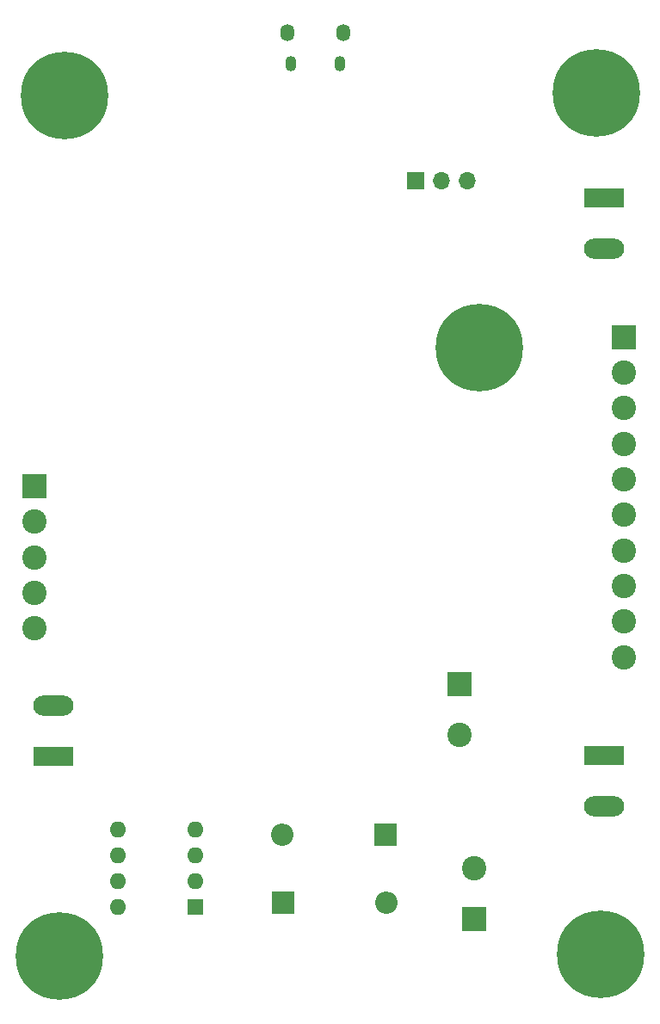
<source format=gbr>
%TF.GenerationSoftware,KiCad,Pcbnew,(6.0.11)*%
%TF.CreationDate,2023-03-28T17:23:35-03:00*%
%TF.ProjectId,singledaq,73696e67-6c65-4646-9171-2e6b69636164,rev?*%
%TF.SameCoordinates,Original*%
%TF.FileFunction,Soldermask,Bot*%
%TF.FilePolarity,Negative*%
%FSLAX46Y46*%
G04 Gerber Fmt 4.6, Leading zero omitted, Abs format (unit mm)*
G04 Created by KiCad (PCBNEW (6.0.11)) date 2023-03-28 17:23:35*
%MOMM*%
%LPD*%
G01*
G04 APERTURE LIST*
%ADD10R,3.960000X1.980000*%
%ADD11O,3.960000X1.980000*%
%ADD12R,2.400000X2.400000*%
%ADD13C,2.400000*%
%ADD14O,1.100000X1.500000*%
%ADD15O,1.350000X1.700000*%
%ADD16R,2.200000X2.200000*%
%ADD17O,2.200000X2.200000*%
%ADD18C,0.900000*%
%ADD19C,8.600000*%
%ADD20R,1.700000X1.700000*%
%ADD21O,1.700000X1.700000*%
%ADD22R,1.600000X1.600000*%
%ADD23O,1.600000X1.600000*%
G04 APERTURE END LIST*
D10*
%TO.C,J2*%
X164700000Y-111575000D03*
D11*
X164700000Y-116575000D03*
%TD*%
D12*
%TO.C,C502*%
X150470000Y-104544785D03*
D13*
X150470000Y-109544785D03*
%TD*%
D14*
%TO.C,JUSB1*%
X133867000Y-43497000D03*
D15*
X133557000Y-40497000D03*
D14*
X138707000Y-43497000D03*
D15*
X139017000Y-40497000D03*
%TD*%
D16*
%TO.C,D1*%
X133160000Y-126030000D03*
D17*
X143320000Y-126030000D03*
%TD*%
D18*
%TO.C,H1*%
X113930419Y-48910419D03*
X109369581Y-48910419D03*
X111650000Y-49855000D03*
D19*
X111650000Y-46630000D03*
D18*
X109369581Y-44349581D03*
X111650000Y-43405000D03*
X114875000Y-46630000D03*
X108425000Y-46630000D03*
X113930419Y-44349581D03*
%TD*%
D16*
%TO.C,D2*%
X143180000Y-119380000D03*
D17*
X133020000Y-119380000D03*
%TD*%
D20*
%TO.C,JP6*%
X146170000Y-55074000D03*
D21*
X148710000Y-55074000D03*
X151250000Y-55074000D03*
%TD*%
D19*
%TO.C,H5*%
X164350000Y-131190000D03*
D18*
X161125000Y-131190000D03*
X166630419Y-128909581D03*
X162069581Y-128909581D03*
X164350000Y-127965000D03*
X164350000Y-134415000D03*
X166630419Y-133470419D03*
X167575000Y-131190000D03*
X162069581Y-133470419D03*
%TD*%
D12*
%TO.C,J4*%
X108640000Y-85100000D03*
D13*
X108640000Y-88600000D03*
X108640000Y-92100000D03*
X108640000Y-95600000D03*
X108640000Y-99100000D03*
%TD*%
D10*
%TO.C,J3*%
X110510000Y-111720000D03*
D11*
X110510000Y-106720000D03*
%TD*%
D18*
%TO.C,H4*%
X111120000Y-128085000D03*
X108839581Y-129029581D03*
X113400419Y-129029581D03*
X111120000Y-134535000D03*
X108839581Y-133590419D03*
X114345000Y-131310000D03*
X107895000Y-131310000D03*
X113400419Y-133590419D03*
D19*
X111120000Y-131310000D03*
%TD*%
D18*
%TO.C,H3*%
X155634581Y-71419581D03*
X154690000Y-73700000D03*
X154690000Y-69139162D03*
X150129162Y-69139162D03*
X152409581Y-68194581D03*
X149184581Y-71419581D03*
X150129162Y-73700000D03*
X152409581Y-74644581D03*
D19*
X152409581Y-71419581D03*
%TD*%
D22*
%TO.C,U6*%
X124508224Y-126454000D03*
D23*
X124508224Y-123914000D03*
X124508224Y-121374000D03*
X124508224Y-118834000D03*
X116888224Y-118834000D03*
X116888224Y-121374000D03*
X116888224Y-123914000D03*
X116888224Y-126454000D03*
%TD*%
D12*
%TO.C,J5*%
X166660000Y-70420000D03*
D13*
X166660000Y-73920000D03*
X166660000Y-77420000D03*
X166660000Y-80920000D03*
X166660000Y-84420000D03*
X166660000Y-87920000D03*
X166660000Y-91420000D03*
X166660000Y-94920000D03*
X166660000Y-98420000D03*
X166660000Y-101920000D03*
%TD*%
D12*
%TO.C,C501*%
X151930000Y-127715216D03*
D13*
X151930000Y-122715216D03*
%TD*%
D10*
%TO.C,J1*%
X164730000Y-56735000D03*
D11*
X164730000Y-61735000D03*
%TD*%
D18*
%TO.C,H2*%
X161639581Y-48710419D03*
X163920000Y-43205000D03*
X161639581Y-44149581D03*
X163920000Y-49655000D03*
X166200419Y-44149581D03*
X167145000Y-46430000D03*
X160695000Y-46430000D03*
D19*
X163920000Y-46430000D03*
D18*
X166200419Y-48710419D03*
%TD*%
M02*

</source>
